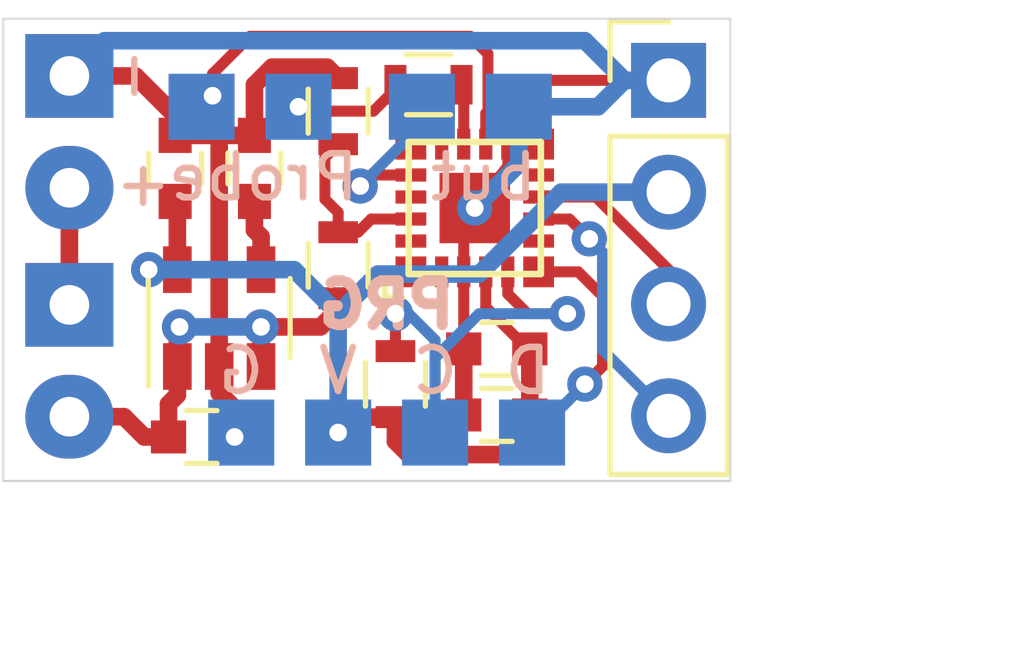
<source format=kicad_pcb>
(kicad_pcb (version 20171130) (host pcbnew "(5.1.9)-1")

  (general
    (thickness 1.6)
    (drawings 12)
    (tracks 135)
    (zones 0)
    (modules 18)
    (nets 23)
  )

  (page A4)
  (layers
    (0 F.Cu signal)
    (31 B.Cu signal)
    (32 B.Adhes user)
    (33 F.Adhes user)
    (34 B.Paste user)
    (35 F.Paste user)
    (36 B.SilkS user)
    (37 F.SilkS user)
    (38 B.Mask user)
    (39 F.Mask user)
    (40 Dwgs.User user)
    (41 Cmts.User user)
    (42 Eco1.User user)
    (43 Eco2.User user)
    (44 Edge.Cuts user)
    (45 Margin user)
    (46 B.CrtYd user)
    (47 F.CrtYd user)
    (48 B.Fab user)
    (49 F.Fab user)
  )

  (setup
    (last_trace_width 0.4)
    (user_trace_width 0.4)
    (trace_clearance 0.2)
    (zone_clearance 0.508)
    (zone_45_only no)
    (trace_min 0.2)
    (via_size 0.8)
    (via_drill 0.4)
    (via_min_size 0.4)
    (via_min_drill 0.3)
    (uvia_size 0.3)
    (uvia_drill 0.1)
    (uvias_allowed no)
    (uvia_min_size 0.2)
    (uvia_min_drill 0.1)
    (edge_width 0.05)
    (segment_width 0.2)
    (pcb_text_width 0.3)
    (pcb_text_size 1.5 1.5)
    (mod_edge_width 0.12)
    (mod_text_size 1 1)
    (mod_text_width 0.15)
    (pad_size 1.524 1.524)
    (pad_drill 0.762)
    (pad_to_mask_clearance 0)
    (aux_axis_origin 0 0)
    (visible_elements FFFFFF7F)
    (pcbplotparams
      (layerselection 0x010fc_ffffffff)
      (usegerberextensions false)
      (usegerberattributes true)
      (usegerberadvancedattributes true)
      (creategerberjobfile true)
      (excludeedgelayer true)
      (linewidth 0.100000)
      (plotframeref false)
      (viasonmask false)
      (mode 1)
      (useauxorigin false)
      (hpglpennumber 1)
      (hpglpenspeed 20)
      (hpglpendiameter 15.000000)
      (psnegative false)
      (psa4output false)
      (plotreference true)
      (plotvalue true)
      (plotinvisibletext false)
      (padsonsilk false)
      (subtractmaskfromsilk false)
      (outputformat 1)
      (mirror false)
      (drillshape 1)
      (scaleselection 1)
      (outputdirectory ""))
  )

  (net 0 "")
  (net 1 /VIN)
  (net 2 GND)
  (net 3 "Net-(C2-Pad1)")
  (net 4 +2V8)
  (net 5 +BATT)
  (net 6 /C2D)
  (net 7 /C2C)
  (net 8 /SDA)
  (net 9 /SCL)
  (net 10 /P-)
  (net 11 /ANA)
  (net 12 "Net-(R1-Pad2)")
  (net 13 "Net-(R4-Pad2)")
  (net 14 /BUT)
  (net 15 "Net-(U2-Pad1)")
  (net 16 "Net-(U2-Pad16)")
  (net 17 "Net-(U2-Pad20)")
  (net 18 "Net-(U2-Pad18)")
  (net 19 "Net-(U2-Pad11)")
  (net 20 "Net-(U2-Pad10)")
  (net 21 "Net-(U2-Pad7)")
  (net 22 "Net-(U2-Pad2)")

  (net_class Default "This is the default net class."
    (clearance 0.2)
    (trace_width 0.25)
    (via_dia 0.8)
    (via_drill 0.4)
    (uvia_dia 0.3)
    (uvia_drill 0.1)
    (add_net +2V8)
    (add_net +BATT)
    (add_net /ANA)
    (add_net /BUT)
    (add_net /C2C)
    (add_net /C2D)
    (add_net /P-)
    (add_net /SCL)
    (add_net /SDA)
    (add_net /VIN)
    (add_net GND)
    (add_net "Net-(C2-Pad1)")
    (add_net "Net-(R1-Pad2)")
    (add_net "Net-(R4-Pad2)")
    (add_net "Net-(U2-Pad1)")
    (add_net "Net-(U2-Pad10)")
    (add_net "Net-(U2-Pad11)")
    (add_net "Net-(U2-Pad16)")
    (add_net "Net-(U2-Pad18)")
    (add_net "Net-(U2-Pad2)")
    (add_net "Net-(U2-Pad20)")
    (add_net "Net-(U2-Pad7)")
  )

  (module KiCadCustomLibs:POWER2PIN_2 (layer B.Cu) (tedit 5B3A64DE) (tstamp 60BE6C3F)
    (at 131.6 93.5)
    (path /60BF1EA1)
    (fp_text reference J4 (at 0.1 -1.8) (layer B.SilkS) hide
      (effects (font (size 1 1) (thickness 0.15)) (justify mirror))
    )
    (fp_text value Probe (at 0.3 1.6) (layer B.SilkS)
      (effects (font (size 1 1) (thickness 0.15)) (justify mirror))
    )
    (pad 1 smd rect (at -1.1 0) (size 1.5 1.5) (layers B.Cu B.Paste B.Mask)
      (net 10 /P-))
    (pad 2 smd rect (at 1.1 0) (size 1.5 1.5) (layers B.Cu B.Paste B.Mask)
      (net 11 /ANA))
  )

  (module KiCadCustomLibs:POWER2PIN_2 (layer B.Cu) (tedit 5B3A64DE) (tstamp 60BE78A8)
    (at 132.5 100.9)
    (path /60C3DAEB)
    (fp_text reference J5 (at 0.1 -1.8) (layer B.SilkS) hide
      (effects (font (size 1 1) (thickness 0.15)) (justify mirror))
    )
    (fp_text value PRG_PWR (at 0.3 1.6) (layer B.Fab) hide
      (effects (font (size 1 1) (thickness 0.15)) (justify mirror))
    )
    (pad 2 smd rect (at 1.1 0) (size 1.5 1.5) (layers B.Cu B.Paste B.Mask)
      (net 4 +2V8))
    (pad 1 smd rect (at -1.1 0) (size 1.5 1.5) (layers B.Cu B.Paste B.Mask)
      (net 2 GND))
  )

  (module KiCadCustomLibs:POWER2PIN_2 (layer B.Cu) (tedit 5B3A64DE) (tstamp 60BE4FAD)
    (at 136.9 100.9 180)
    (path /60C104AE)
    (fp_text reference J2 (at 0.1 -1.8) (layer B.SilkS) hide
      (effects (font (size 1 1) (thickness 0.15)) (justify mirror))
    )
    (fp_text value PRG (at 2.2 2.9) (layer B.SilkS)
      (effects (font (size 1 1) (thickness 0.25)) (justify mirror))
    )
    (pad 2 smd rect (at 1.1 0 180) (size 1.5 1.5) (layers B.Cu B.Paste B.Mask)
      (net 7 /C2C))
    (pad 1 smd rect (at -1.1 0 180) (size 1.5 1.5) (layers B.Cu B.Paste B.Mask)
      (net 6 /C2D))
  )

  (module KiCadCustomLibs:POWER2PIN_2 (layer B.Cu) (tedit 5B3A64DE) (tstamp 60BE5381)
    (at 136.6 93.5)
    (path /60C076EA)
    (fp_text reference SW2 (at 0.1 -1.8) (layer B.SilkS) hide
      (effects (font (size 1 1) (thickness 0.15)) (justify mirror))
    )
    (fp_text value but (at 0.3 1.6) (layer B.SilkS)
      (effects (font (size 1 1) (thickness 0.15)) (justify mirror))
    )
    (pad 2 smd rect (at 1.1 0) (size 1.5 1.5) (layers B.Cu B.Paste B.Mask)
      (net 2 GND))
    (pad 1 smd rect (at -1.1 0) (size 1.5 1.5) (layers B.Cu B.Paste B.Mask)
      (net 14 /BUT))
  )

  (module KiCadCustomLibs:Conn_1x02_2.54_0.9mm (layer F.Cu) (tedit 5DF7DF5B) (tstamp 60BE6A8A)
    (at 127.5 98)
    (descr "Through hole straight pin header, 1x02, 2.54mm pitch, single row")
    (tags "Through hole pin header THT 1x02 2.54mm single row")
    (path /60C33253)
    (fp_text reference SW1 (at 0 -2.33) (layer F.SilkS) hide
      (effects (font (size 1 1) (thickness 0.15)))
    )
    (fp_text value ON/OFF (at 0 4.87) (layer F.Fab) hide
      (effects (font (size 1 1) (thickness 0.15)))
    )
    (fp_line (start -0.635 -1.27) (end 1.27 -1.27) (layer F.Fab) (width 0.1))
    (fp_line (start 1.27 -1.27) (end 1.27 3.81) (layer F.Fab) (width 0.1))
    (fp_line (start 1.27 3.81) (end -1.27 3.81) (layer F.Fab) (width 0.1))
    (fp_line (start -1.27 3.81) (end -1.27 -0.635) (layer F.Fab) (width 0.1))
    (fp_line (start -1.27 -0.635) (end -0.635 -1.27) (layer F.Fab) (width 0.1))
    (pad 2 thru_hole oval (at 0 2.54) (size 2 1.9) (drill 0.9) (layers *.Cu *.Mask)
      (net 1 /VIN))
    (pad 1 thru_hole rect (at 0 0) (size 2 1.9) (drill 0.9) (layers *.Cu *.Mask)
      (net 5 +BATT))
  )

  (module Capacitors_SMD:C_0603 (layer F.Cu) (tedit 59958EE7) (tstamp 60BE4F58)
    (at 130.5 101)
    (descr "Capacitor SMD 0603, reflow soldering, AVX (see smccp.pdf)")
    (tags "capacitor 0603")
    (path /60BE9EED)
    (attr smd)
    (fp_text reference C1 (at 0 -1.5) (layer F.SilkS) hide
      (effects (font (size 1 1) (thickness 0.15)))
    )
    (fp_text value 1uf (at 0 1.5) (layer F.Fab) hide
      (effects (font (size 1 1) (thickness 0.15)))
    )
    (fp_text user %R (at 0 0) (layer F.Fab)
      (effects (font (size 0.3 0.3) (thickness 0.075)))
    )
    (fp_line (start 1.4 0.65) (end -1.4 0.65) (layer F.CrtYd) (width 0.05))
    (fp_line (start 1.4 0.65) (end 1.4 -0.65) (layer F.CrtYd) (width 0.05))
    (fp_line (start -1.4 -0.65) (end -1.4 0.65) (layer F.CrtYd) (width 0.05))
    (fp_line (start -1.4 -0.65) (end 1.4 -0.65) (layer F.CrtYd) (width 0.05))
    (fp_line (start 0.35 0.6) (end -0.35 0.6) (layer F.SilkS) (width 0.12))
    (fp_line (start -0.35 -0.6) (end 0.35 -0.6) (layer F.SilkS) (width 0.12))
    (fp_line (start -0.8 -0.4) (end 0.8 -0.4) (layer F.Fab) (width 0.1))
    (fp_line (start 0.8 -0.4) (end 0.8 0.4) (layer F.Fab) (width 0.1))
    (fp_line (start 0.8 0.4) (end -0.8 0.4) (layer F.Fab) (width 0.1))
    (fp_line (start -0.8 0.4) (end -0.8 -0.4) (layer F.Fab) (width 0.1))
    (pad 1 smd rect (at -0.75 0) (size 0.8 0.75) (layers F.Cu F.Paste F.Mask)
      (net 1 /VIN))
    (pad 2 smd rect (at 0.75 0) (size 0.8 0.75) (layers F.Cu F.Paste F.Mask)
      (net 2 GND))
    (model Capacitors_SMD.3dshapes/C_0603.wrl
      (at (xyz 0 0 0))
      (scale (xyz 1 1 1))
      (rotate (xyz 0 0 0))
    )
  )

  (module Capacitors_SMD:C_0603 (layer F.Cu) (tedit 59958EE7) (tstamp 60BE6B66)
    (at 131.7 94.9 90)
    (descr "Capacitor SMD 0603, reflow soldering, AVX (see smccp.pdf)")
    (tags "capacitor 0603")
    (path /60BE87B2)
    (attr smd)
    (fp_text reference C2 (at 0 -1.5 90) (layer F.SilkS) hide
      (effects (font (size 1 1) (thickness 0.15)))
    )
    (fp_text value 470p (at 0 1.5 90) (layer F.Fab) hide
      (effects (font (size 1 1) (thickness 0.15)))
    )
    (fp_text user %R (at 0 0 90) (layer F.Fab)
      (effects (font (size 0.3 0.3) (thickness 0.075)))
    )
    (fp_line (start 1.4 0.65) (end -1.4 0.65) (layer F.CrtYd) (width 0.05))
    (fp_line (start 1.4 0.65) (end 1.4 -0.65) (layer F.CrtYd) (width 0.05))
    (fp_line (start -1.4 -0.65) (end -1.4 0.65) (layer F.CrtYd) (width 0.05))
    (fp_line (start -1.4 -0.65) (end 1.4 -0.65) (layer F.CrtYd) (width 0.05))
    (fp_line (start 0.35 0.6) (end -0.35 0.6) (layer F.SilkS) (width 0.12))
    (fp_line (start -0.35 -0.6) (end 0.35 -0.6) (layer F.SilkS) (width 0.12))
    (fp_line (start -0.8 -0.4) (end 0.8 -0.4) (layer F.Fab) (width 0.1))
    (fp_line (start 0.8 -0.4) (end 0.8 0.4) (layer F.Fab) (width 0.1))
    (fp_line (start 0.8 0.4) (end -0.8 0.4) (layer F.Fab) (width 0.1))
    (fp_line (start -0.8 0.4) (end -0.8 -0.4) (layer F.Fab) (width 0.1))
    (pad 1 smd rect (at -0.75 0 90) (size 0.8 0.75) (layers F.Cu F.Paste F.Mask)
      (net 3 "Net-(C2-Pad1)"))
    (pad 2 smd rect (at 0.75 0 90) (size 0.8 0.75) (layers F.Cu F.Paste F.Mask)
      (net 2 GND))
    (model Capacitors_SMD.3dshapes/C_0603.wrl
      (at (xyz 0 0 0))
      (scale (xyz 1 1 1))
      (rotate (xyz 0 0 0))
    )
  )

  (module Capacitors_SMD:C_0603 (layer F.Cu) (tedit 59958EE7) (tstamp 60BE4F7A)
    (at 129.9 94.9 90)
    (descr "Capacitor SMD 0603, reflow soldering, AVX (see smccp.pdf)")
    (tags "capacitor 0603")
    (path /60BE90D4)
    (attr smd)
    (fp_text reference C3 (at 0 -1.5 90) (layer F.SilkS) hide
      (effects (font (size 1 1) (thickness 0.15)))
    )
    (fp_text value 2uf (at 0 1.5 90) (layer F.Fab) hide
      (effects (font (size 1 1) (thickness 0.15)))
    )
    (fp_line (start -0.8 0.4) (end -0.8 -0.4) (layer F.Fab) (width 0.1))
    (fp_line (start 0.8 0.4) (end -0.8 0.4) (layer F.Fab) (width 0.1))
    (fp_line (start 0.8 -0.4) (end 0.8 0.4) (layer F.Fab) (width 0.1))
    (fp_line (start -0.8 -0.4) (end 0.8 -0.4) (layer F.Fab) (width 0.1))
    (fp_line (start -0.35 -0.6) (end 0.35 -0.6) (layer F.SilkS) (width 0.12))
    (fp_line (start 0.35 0.6) (end -0.35 0.6) (layer F.SilkS) (width 0.12))
    (fp_line (start -1.4 -0.65) (end 1.4 -0.65) (layer F.CrtYd) (width 0.05))
    (fp_line (start -1.4 -0.65) (end -1.4 0.65) (layer F.CrtYd) (width 0.05))
    (fp_line (start 1.4 0.65) (end 1.4 -0.65) (layer F.CrtYd) (width 0.05))
    (fp_line (start 1.4 0.65) (end -1.4 0.65) (layer F.CrtYd) (width 0.05))
    (fp_text user %R (at 0 0 90) (layer F.Fab)
      (effects (font (size 0.3 0.3) (thickness 0.075)))
    )
    (pad 2 smd rect (at 0.75 0 90) (size 0.8 0.75) (layers F.Cu F.Paste F.Mask)
      (net 2 GND))
    (pad 1 smd rect (at -0.75 0 90) (size 0.8 0.75) (layers F.Cu F.Paste F.Mask)
      (net 4 +2V8))
    (model Capacitors_SMD.3dshapes/C_0603.wrl
      (at (xyz 0 0 0))
      (scale (xyz 1 1 1))
      (rotate (xyz 0 0 0))
    )
  )

  (module Capacitors_SMD:C_0603 (layer F.Cu) (tedit 59958EE7) (tstamp 60BE4F8B)
    (at 137.2 99 180)
    (descr "Capacitor SMD 0603, reflow soldering, AVX (see smccp.pdf)")
    (tags "capacitor 0603")
    (path /60BEE233)
    (attr smd)
    (fp_text reference C4 (at 0 -1.5) (layer F.SilkS) hide
      (effects (font (size 1 1) (thickness 0.15)))
    )
    (fp_text value 100n (at 0 1.5) (layer F.Fab) hide
      (effects (font (size 1 1) (thickness 0.15)))
    )
    (fp_text user %R (at 0 0) (layer F.Fab)
      (effects (font (size 0.3 0.3) (thickness 0.075)))
    )
    (fp_line (start 1.4 0.65) (end -1.4 0.65) (layer F.CrtYd) (width 0.05))
    (fp_line (start 1.4 0.65) (end 1.4 -0.65) (layer F.CrtYd) (width 0.05))
    (fp_line (start -1.4 -0.65) (end -1.4 0.65) (layer F.CrtYd) (width 0.05))
    (fp_line (start -1.4 -0.65) (end 1.4 -0.65) (layer F.CrtYd) (width 0.05))
    (fp_line (start 0.35 0.6) (end -0.35 0.6) (layer F.SilkS) (width 0.12))
    (fp_line (start -0.35 -0.6) (end 0.35 -0.6) (layer F.SilkS) (width 0.12))
    (fp_line (start -0.8 -0.4) (end 0.8 -0.4) (layer F.Fab) (width 0.1))
    (fp_line (start 0.8 -0.4) (end 0.8 0.4) (layer F.Fab) (width 0.1))
    (fp_line (start 0.8 0.4) (end -0.8 0.4) (layer F.Fab) (width 0.1))
    (fp_line (start -0.8 0.4) (end -0.8 -0.4) (layer F.Fab) (width 0.1))
    (pad 1 smd rect (at -0.75 0 180) (size 0.8 0.75) (layers F.Cu F.Paste F.Mask)
      (net 4 +2V8))
    (pad 2 smd rect (at 0.75 0 180) (size 0.8 0.75) (layers F.Cu F.Paste F.Mask)
      (net 2 GND))
    (model Capacitors_SMD.3dshapes/C_0603.wrl
      (at (xyz 0 0 0))
      (scale (xyz 1 1 1))
      (rotate (xyz 0 0 0))
    )
  )

  (module Capacitors_SMD:C_0603 (layer F.Cu) (tedit 59958EE7) (tstamp 60BE5C76)
    (at 137.2 100.5 180)
    (descr "Capacitor SMD 0603, reflow soldering, AVX (see smccp.pdf)")
    (tags "capacitor 0603")
    (path /60BEDC5B)
    (attr smd)
    (fp_text reference C5 (at 0 -1.5) (layer F.SilkS) hide
      (effects (font (size 1 1) (thickness 0.15)))
    )
    (fp_text value 2uf (at 0 1.5) (layer F.Fab) hide
      (effects (font (size 1 1) (thickness 0.15)))
    )
    (fp_line (start -0.8 0.4) (end -0.8 -0.4) (layer F.Fab) (width 0.1))
    (fp_line (start 0.8 0.4) (end -0.8 0.4) (layer F.Fab) (width 0.1))
    (fp_line (start 0.8 -0.4) (end 0.8 0.4) (layer F.Fab) (width 0.1))
    (fp_line (start -0.8 -0.4) (end 0.8 -0.4) (layer F.Fab) (width 0.1))
    (fp_line (start -0.35 -0.6) (end 0.35 -0.6) (layer F.SilkS) (width 0.12))
    (fp_line (start 0.35 0.6) (end -0.35 0.6) (layer F.SilkS) (width 0.12))
    (fp_line (start -1.4 -0.65) (end 1.4 -0.65) (layer F.CrtYd) (width 0.05))
    (fp_line (start -1.4 -0.65) (end -1.4 0.65) (layer F.CrtYd) (width 0.05))
    (fp_line (start 1.4 0.65) (end 1.4 -0.65) (layer F.CrtYd) (width 0.05))
    (fp_line (start 1.4 0.65) (end -1.4 0.65) (layer F.CrtYd) (width 0.05))
    (fp_text user %R (at 0 0) (layer F.Fab)
      (effects (font (size 0.3 0.3) (thickness 0.075)))
    )
    (pad 2 smd rect (at 0.75 0 180) (size 0.8 0.75) (layers F.Cu F.Paste F.Mask)
      (net 2 GND))
    (pad 1 smd rect (at -0.75 0 180) (size 0.8 0.75) (layers F.Cu F.Paste F.Mask)
      (net 4 +2V8))
    (model Capacitors_SMD.3dshapes/C_0603.wrl
      (at (xyz 0 0 0))
      (scale (xyz 1 1 1))
      (rotate (xyz 0 0 0))
    )
  )

  (module KiCadCustomLibs:Conn_1x02_2.54_0.9mm (layer F.Cu) (tedit 5DF7DF5B) (tstamp 60BE6ABF)
    (at 127.5 92.8)
    (descr "Through hole straight pin header, 1x02, 2.54mm pitch, single row")
    (tags "Through hole pin header THT 1x02 2.54mm single row")
    (path /60C0B2A8)
    (fp_text reference J1 (at 0 -2.33) (layer F.SilkS) hide
      (effects (font (size 1 1) (thickness 0.15)))
    )
    (fp_text value BAT (at 0 4.87) (layer F.Fab) hide
      (effects (font (size 1 1) (thickness 0.15)))
    )
    (fp_line (start -1.27 -0.635) (end -0.635 -1.27) (layer F.Fab) (width 0.1))
    (fp_line (start -1.27 3.81) (end -1.27 -0.635) (layer F.Fab) (width 0.1))
    (fp_line (start 1.27 3.81) (end -1.27 3.81) (layer F.Fab) (width 0.1))
    (fp_line (start 1.27 -1.27) (end 1.27 3.81) (layer F.Fab) (width 0.1))
    (fp_line (start -0.635 -1.27) (end 1.27 -1.27) (layer F.Fab) (width 0.1))
    (pad 1 thru_hole rect (at 0 0) (size 2 1.9) (drill 0.9) (layers *.Cu *.Mask)
      (net 2 GND))
    (pad 2 thru_hole oval (at 0 2.54) (size 2 1.9) (drill 0.9) (layers *.Cu *.Mask)
      (net 5 +BATT))
  )

  (module Pin_Headers:Pin_Header_Straight_1x04_Pitch2.54mm (layer F.Cu) (tedit 59650532) (tstamp 60BE52D5)
    (at 141.1 92.9)
    (descr "Through hole straight pin header, 1x04, 2.54mm pitch, single row")
    (tags "Through hole pin header THT 1x04 2.54mm single row")
    (path /60BF9164)
    (fp_text reference J3 (at 0 -2.33) (layer F.SilkS) hide
      (effects (font (size 1 1) (thickness 0.15)))
    )
    (fp_text value OLED (at 0 9.95) (layer F.Fab) hide
      (effects (font (size 1 1) (thickness 0.15)))
    )
    (fp_text user %R (at 0 3.81 90) (layer F.Fab)
      (effects (font (size 1 1) (thickness 0.15)))
    )
    (fp_line (start -0.635 -1.27) (end 1.27 -1.27) (layer F.Fab) (width 0.1))
    (fp_line (start 1.27 -1.27) (end 1.27 8.89) (layer F.Fab) (width 0.1))
    (fp_line (start 1.27 8.89) (end -1.27 8.89) (layer F.Fab) (width 0.1))
    (fp_line (start -1.27 8.89) (end -1.27 -0.635) (layer F.Fab) (width 0.1))
    (fp_line (start -1.27 -0.635) (end -0.635 -1.27) (layer F.Fab) (width 0.1))
    (fp_line (start -1.33 8.95) (end 1.33 8.95) (layer F.SilkS) (width 0.12))
    (fp_line (start -1.33 1.27) (end -1.33 8.95) (layer F.SilkS) (width 0.12))
    (fp_line (start 1.33 1.27) (end 1.33 8.95) (layer F.SilkS) (width 0.12))
    (fp_line (start -1.33 1.27) (end 1.33 1.27) (layer F.SilkS) (width 0.12))
    (fp_line (start -1.33 0) (end -1.33 -1.33) (layer F.SilkS) (width 0.12))
    (fp_line (start -1.33 -1.33) (end 0 -1.33) (layer F.SilkS) (width 0.12))
    (fp_line (start -1.8 -1.8) (end -1.8 9.4) (layer F.CrtYd) (width 0.05))
    (fp_line (start -1.8 9.4) (end 1.8 9.4) (layer F.CrtYd) (width 0.05))
    (fp_line (start 1.8 9.4) (end 1.8 -1.8) (layer F.CrtYd) (width 0.05))
    (fp_line (start 1.8 -1.8) (end -1.8 -1.8) (layer F.CrtYd) (width 0.05))
    (pad 4 thru_hole oval (at 0 7.62) (size 1.7 1.7) (drill 1) (layers *.Cu *.Mask)
      (net 8 /SDA))
    (pad 3 thru_hole oval (at 0 5.08) (size 1.7 1.7) (drill 1) (layers *.Cu *.Mask)
      (net 9 /SCL))
    (pad 2 thru_hole oval (at 0 2.54) (size 1.7 1.7) (drill 1) (layers *.Cu *.Mask)
      (net 4 +2V8))
    (pad 1 thru_hole rect (at 0 0) (size 1.7 1.7) (drill 1) (layers *.Cu *.Mask)
      (net 2 GND))
    (model ${KISYS3DMOD}/Pin_Headers.3dshapes/Pin_Header_Straight_1x04_Pitch2.54mm.wrl
      (at (xyz 0 0 0))
      (scale (xyz 1 1 1))
      (rotate (xyz 0 0 0))
    )
  )

  (module Resistors_SMD:R_0603 (layer F.Cu) (tedit 58E0A804) (tstamp 60BE4FDC)
    (at 133.6 97.1 90)
    (descr "Resistor SMD 0603, reflow soldering, Vishay (see dcrcw.pdf)")
    (tags "resistor 0603")
    (path /60BFE524)
    (attr smd)
    (fp_text reference R1 (at 0 -1.45 90) (layer F.SilkS) hide
      (effects (font (size 1 1) (thickness 0.15)))
    )
    (fp_text value 5.1K (at 0 1.5 90) (layer F.Fab) hide
      (effects (font (size 1 1) (thickness 0.15)))
    )
    (fp_line (start 1.25 0.7) (end -1.25 0.7) (layer F.CrtYd) (width 0.05))
    (fp_line (start 1.25 0.7) (end 1.25 -0.7) (layer F.CrtYd) (width 0.05))
    (fp_line (start -1.25 -0.7) (end -1.25 0.7) (layer F.CrtYd) (width 0.05))
    (fp_line (start -1.25 -0.7) (end 1.25 -0.7) (layer F.CrtYd) (width 0.05))
    (fp_line (start -0.5 -0.68) (end 0.5 -0.68) (layer F.SilkS) (width 0.12))
    (fp_line (start 0.5 0.68) (end -0.5 0.68) (layer F.SilkS) (width 0.12))
    (fp_line (start -0.8 -0.4) (end 0.8 -0.4) (layer F.Fab) (width 0.1))
    (fp_line (start 0.8 -0.4) (end 0.8 0.4) (layer F.Fab) (width 0.1))
    (fp_line (start 0.8 0.4) (end -0.8 0.4) (layer F.Fab) (width 0.1))
    (fp_line (start -0.8 0.4) (end -0.8 -0.4) (layer F.Fab) (width 0.1))
    (fp_text user %R (at 0 0 90) (layer F.Fab)
      (effects (font (size 0.4 0.4) (thickness 0.075)))
    )
    (pad 1 smd rect (at -0.75 0 90) (size 0.5 0.9) (layers F.Cu F.Paste F.Mask)
      (net 1 /VIN))
    (pad 2 smd rect (at 0.75 0 90) (size 0.5 0.9) (layers F.Cu F.Paste F.Mask)
      (net 12 "Net-(R1-Pad2)"))
    (model ${KISYS3DMOD}/Resistors_SMD.3dshapes/R_0603.wrl
      (at (xyz 0 0 0))
      (scale (xyz 1 1 1))
      (rotate (xyz 0 0 0))
    )
  )

  (module Resistors_SMD:R_0603 (layer F.Cu) (tedit 58E0A804) (tstamp 60BE4FED)
    (at 133.6 93.6 90)
    (descr "Resistor SMD 0603, reflow soldering, Vishay (see dcrcw.pdf)")
    (tags "resistor 0603")
    (path /60BFEA39)
    (attr smd)
    (fp_text reference R2 (at 0 -1.45 90) (layer F.SilkS) hide
      (effects (font (size 1 1) (thickness 0.15)))
    )
    (fp_text value 10K (at 0 1.5 90) (layer F.Fab) hide
      (effects (font (size 1 1) (thickness 0.15)))
    )
    (fp_text user %R (at 0 0 90) (layer F.Fab)
      (effects (font (size 0.4 0.4) (thickness 0.075)))
    )
    (fp_line (start -0.8 0.4) (end -0.8 -0.4) (layer F.Fab) (width 0.1))
    (fp_line (start 0.8 0.4) (end -0.8 0.4) (layer F.Fab) (width 0.1))
    (fp_line (start 0.8 -0.4) (end 0.8 0.4) (layer F.Fab) (width 0.1))
    (fp_line (start -0.8 -0.4) (end 0.8 -0.4) (layer F.Fab) (width 0.1))
    (fp_line (start 0.5 0.68) (end -0.5 0.68) (layer F.SilkS) (width 0.12))
    (fp_line (start -0.5 -0.68) (end 0.5 -0.68) (layer F.SilkS) (width 0.12))
    (fp_line (start -1.25 -0.7) (end 1.25 -0.7) (layer F.CrtYd) (width 0.05))
    (fp_line (start -1.25 -0.7) (end -1.25 0.7) (layer F.CrtYd) (width 0.05))
    (fp_line (start 1.25 0.7) (end 1.25 -0.7) (layer F.CrtYd) (width 0.05))
    (fp_line (start 1.25 0.7) (end -1.25 0.7) (layer F.CrtYd) (width 0.05))
    (pad 2 smd rect (at 0.75 0 90) (size 0.5 0.9) (layers F.Cu F.Paste F.Mask)
      (net 2 GND))
    (pad 1 smd rect (at -0.75 0 90) (size 0.5 0.9) (layers F.Cu F.Paste F.Mask)
      (net 12 "Net-(R1-Pad2)"))
    (model ${KISYS3DMOD}/Resistors_SMD.3dshapes/R_0603.wrl
      (at (xyz 0 0 0))
      (scale (xyz 1 1 1))
      (rotate (xyz 0 0 0))
    )
  )

  (module Resistors_SMD:R_0603 (layer F.Cu) (tedit 58E0A804) (tstamp 60BE6177)
    (at 134.9 99.8 90)
    (descr "Resistor SMD 0603, reflow soldering, Vishay (see dcrcw.pdf)")
    (tags "resistor 0603")
    (path /60BF3012)
    (attr smd)
    (fp_text reference R3 (at 0 -1.45 90) (layer F.SilkS) hide
      (effects (font (size 1 1) (thickness 0.15)))
    )
    (fp_text value 10K (at 0 1.5 90) (layer F.Fab) hide
      (effects (font (size 1 1) (thickness 0.15)))
    )
    (fp_line (start 1.25 0.7) (end -1.25 0.7) (layer F.CrtYd) (width 0.05))
    (fp_line (start 1.25 0.7) (end 1.25 -0.7) (layer F.CrtYd) (width 0.05))
    (fp_line (start -1.25 -0.7) (end -1.25 0.7) (layer F.CrtYd) (width 0.05))
    (fp_line (start -1.25 -0.7) (end 1.25 -0.7) (layer F.CrtYd) (width 0.05))
    (fp_line (start -0.5 -0.68) (end 0.5 -0.68) (layer F.SilkS) (width 0.12))
    (fp_line (start 0.5 0.68) (end -0.5 0.68) (layer F.SilkS) (width 0.12))
    (fp_line (start -0.8 -0.4) (end 0.8 -0.4) (layer F.Fab) (width 0.1))
    (fp_line (start 0.8 -0.4) (end 0.8 0.4) (layer F.Fab) (width 0.1))
    (fp_line (start 0.8 0.4) (end -0.8 0.4) (layer F.Fab) (width 0.1))
    (fp_line (start -0.8 0.4) (end -0.8 -0.4) (layer F.Fab) (width 0.1))
    (fp_text user %R (at 0 0 90) (layer F.Fab)
      (effects (font (size 0.4 0.4) (thickness 0.075)))
    )
    (pad 1 smd rect (at -0.75 0 90) (size 0.5 0.9) (layers F.Cu F.Paste F.Mask)
      (net 4 +2V8))
    (pad 2 smd rect (at 0.75 0 90) (size 0.5 0.9) (layers F.Cu F.Paste F.Mask)
      (net 7 /C2C))
    (model ${KISYS3DMOD}/Resistors_SMD.3dshapes/R_0603.wrl
      (at (xyz 0 0 0))
      (scale (xyz 1 1 1))
      (rotate (xyz 0 0 0))
    )
  )

  (module Resistors_SMD:R_0603 (layer F.Cu) (tedit 58E0A804) (tstamp 60BE8507)
    (at 135.65 93)
    (descr "Resistor SMD 0603, reflow soldering, Vishay (see dcrcw.pdf)")
    (tags "resistor 0603")
    (path /60BF4C81)
    (attr smd)
    (fp_text reference R4 (at 0 -1.45) (layer F.SilkS) hide
      (effects (font (size 1 1) (thickness 0.15)))
    )
    (fp_text value 1K (at 0 1.5) (layer F.Fab) hide
      (effects (font (size 1 1) (thickness 0.15)))
    )
    (fp_text user %R (at 0 0) (layer F.Fab)
      (effects (font (size 0.4 0.4) (thickness 0.075)))
    )
    (fp_line (start -0.8 0.4) (end -0.8 -0.4) (layer F.Fab) (width 0.1))
    (fp_line (start 0.8 0.4) (end -0.8 0.4) (layer F.Fab) (width 0.1))
    (fp_line (start 0.8 -0.4) (end 0.8 0.4) (layer F.Fab) (width 0.1))
    (fp_line (start -0.8 -0.4) (end 0.8 -0.4) (layer F.Fab) (width 0.1))
    (fp_line (start 0.5 0.68) (end -0.5 0.68) (layer F.SilkS) (width 0.12))
    (fp_line (start -0.5 -0.68) (end 0.5 -0.68) (layer F.SilkS) (width 0.12))
    (fp_line (start -1.25 -0.7) (end 1.25 -0.7) (layer F.CrtYd) (width 0.05))
    (fp_line (start -1.25 -0.7) (end -1.25 0.7) (layer F.CrtYd) (width 0.05))
    (fp_line (start 1.25 0.7) (end 1.25 -0.7) (layer F.CrtYd) (width 0.05))
    (fp_line (start 1.25 0.7) (end -1.25 0.7) (layer F.CrtYd) (width 0.05))
    (pad 2 smd rect (at 0.75 0) (size 0.5 0.9) (layers F.Cu F.Paste F.Mask)
      (net 13 "Net-(R4-Pad2)"))
    (pad 1 smd rect (at -0.75 0) (size 0.5 0.9) (layers F.Cu F.Paste F.Mask)
      (net 11 /ANA))
    (model ${KISYS3DMOD}/Resistors_SMD.3dshapes/R_0603.wrl
      (at (xyz 0 0 0))
      (scale (xyz 1 1 1))
      (rotate (xyz 0 0 0))
    )
  )

  (module TO_SOT_Packages_SMD:SOT-23-5 (layer F.Cu) (tedit 58CE4E7E) (tstamp 60BE709D)
    (at 130.9 98.3 90)
    (descr "5-pin SOT23 package")
    (tags SOT-23-5)
    (path /60BE5ED3)
    (attr smd)
    (fp_text reference U1 (at 0 -2.9 90) (layer F.SilkS) hide
      (effects (font (size 1 1) (thickness 0.15)))
    )
    (fp_text value MIC5219-2.8 (at 0 2.9 90) (layer F.Fab) hide
      (effects (font (size 1 1) (thickness 0.15)))
    )
    (fp_text user %R (at -1.1 0.5 90) (layer F.Fab)
      (effects (font (size 0.5 0.5) (thickness 0.075)))
    )
    (fp_line (start -0.9 1.61) (end 0.9 1.61) (layer F.SilkS) (width 0.12))
    (fp_line (start 0.9 -1.61) (end -1.55 -1.61) (layer F.SilkS) (width 0.12))
    (fp_line (start -1.9 -1.8) (end 1.9 -1.8) (layer F.CrtYd) (width 0.05))
    (fp_line (start 1.9 -1.8) (end 1.9 1.8) (layer F.CrtYd) (width 0.05))
    (fp_line (start 1.9 1.8) (end -1.9 1.8) (layer F.CrtYd) (width 0.05))
    (fp_line (start -1.9 1.8) (end -1.9 -1.8) (layer F.CrtYd) (width 0.05))
    (fp_line (start -0.9 -0.9) (end -0.25 -1.55) (layer F.Fab) (width 0.1))
    (fp_line (start 0.9 -1.55) (end -0.25 -1.55) (layer F.Fab) (width 0.1))
    (fp_line (start -0.9 -0.9) (end -0.9 1.55) (layer F.Fab) (width 0.1))
    (fp_line (start 0.9 1.55) (end -0.9 1.55) (layer F.Fab) (width 0.1))
    (fp_line (start 0.9 -1.55) (end 0.9 1.55) (layer F.Fab) (width 0.1))
    (pad 5 smd rect (at 1.1 -0.95 90) (size 1.06 0.65) (layers F.Cu F.Paste F.Mask)
      (net 4 +2V8))
    (pad 4 smd rect (at 1.1 0.95 90) (size 1.06 0.65) (layers F.Cu F.Paste F.Mask)
      (net 3 "Net-(C2-Pad1)"))
    (pad 3 smd rect (at -1.1 0.95 90) (size 1.06 0.65) (layers F.Cu F.Paste F.Mask)
      (net 1 /VIN))
    (pad 2 smd rect (at -1.1 0 90) (size 1.06 0.65) (layers F.Cu F.Paste F.Mask)
      (net 2 GND))
    (pad 1 smd rect (at -1.1 -0.95 90) (size 1.06 0.65) (layers F.Cu F.Paste F.Mask)
      (net 1 /VIN))
    (model ${KISYS3DMOD}/TO_SOT_Packages_SMD.3dshapes/SOT-23-5.wrl
      (at (xyz 0 0 0))
      (scale (xyz 1 1 1))
      (rotate (xyz 0 0 0))
    )
  )

  (module KiCadCustomLibs:QFN20 (layer F.Cu) (tedit 5DF66FB1) (tstamp 60BE505B)
    (at 136.7 95.8)
    (path /60BE4213)
    (fp_text reference U2 (at -0.127 3.302) (layer F.SilkS) hide
      (effects (font (size 1 1) (thickness 0.15)))
    )
    (fp_text value EFM8BB1 (at 0.381 5.08) (layer F.SilkS) hide
      (effects (font (size 1 1) (thickness 0.15)))
    )
    (fp_line (start -1.5 1.5) (end 1.5 1.5) (layer F.SilkS) (width 0.15))
    (fp_line (start 1.5 1.5) (end 1.5 -1.5) (layer F.SilkS) (width 0.15))
    (fp_line (start 1.5 -1.5) (end -1.5 -1.5) (layer F.SilkS) (width 0.15))
    (fp_line (start -1.5 -1.5) (end -1.5 1.5) (layer F.SilkS) (width 0.15))
    (fp_line (start -2.032 2.032) (end -2.032 1.651) (layer F.SilkS) (width 0.15))
    (fp_line (start -1.651 2.032) (end -2.032 2.032) (layer F.SilkS) (width 0.15))
    (pad 1 smd rect (at -1.45 1.45) (size 0.7 0.7) (layers F.Cu F.Paste F.Mask)
      (net 15 "Net-(U2-Pad1)"))
    (pad 16 smd rect (at -1.45 -1.45) (size 0.7 0.7) (layers F.Cu F.Paste F.Mask)
      (net 16 "Net-(U2-Pad16)"))
    (pad 21 smd rect (at 0 0) (size 1.6 1.6) (layers F.Cu F.Paste F.Mask)
      (net 2 GND))
    (pad 20 smd rect (at -1.45 0.75 90) (size 0.3 0.7) (layers F.Cu F.Paste F.Mask)
      (net 17 "Net-(U2-Pad20)"))
    (pad 14 smd rect (at -0.25 -1.45) (size 0.3 0.7) (layers F.Cu F.Paste F.Mask)
      (net 13 "Net-(R4-Pad2)"))
    (pad 15 smd rect (at -0.75 -1.45) (size 0.3 0.7) (layers F.Cu F.Paste F.Mask)
      (net 11 /ANA))
    (pad 13 smd rect (at 0.25 -1.45) (size 0.3 0.7) (layers F.Cu F.Paste F.Mask)
      (net 10 /P-))
    (pad 19 smd rect (at -1.45 0.25 90) (size 0.3 0.7) (layers F.Cu F.Paste F.Mask)
      (net 12 "Net-(R1-Pad2)"))
    (pad 18 smd rect (at -1.45 -0.25 90) (size 0.3 0.7) (layers F.Cu F.Paste F.Mask)
      (net 18 "Net-(U2-Pad18)"))
    (pad 17 smd rect (at -1.45 -0.75 90) (size 0.3 0.7) (layers F.Cu F.Paste F.Mask)
      (net 14 /BUT))
    (pad 12 smd rect (at 0.75 -1.45) (size 0.3 0.7) (layers F.Cu F.Paste F.Mask)
      (net 2 GND))
    (pad 11 smd rect (at 1.45 -1.45) (size 0.7 0.7) (layers F.Cu F.Paste F.Mask)
      (net 19 "Net-(U2-Pad11)"))
    (pad 10 smd rect (at 1.45 -0.75 90) (size 0.3 0.7) (layers F.Cu F.Paste F.Mask)
      (net 20 "Net-(U2-Pad10)"))
    (pad 6 smd rect (at 1.45 1.45) (size 0.7 0.7) (layers F.Cu F.Paste F.Mask)
      (net 6 /C2D))
    (pad 7 smd rect (at 1.45 0.75 90) (size 0.3 0.7) (layers F.Cu F.Paste F.Mask)
      (net 21 "Net-(U2-Pad7)"))
    (pad 9 smd rect (at 1.45 -0.25 90) (size 0.3 0.7) (layers F.Cu F.Paste F.Mask)
      (net 9 /SCL))
    (pad 8 smd rect (at 1.45 0.25 90) (size 0.3 0.7) (layers F.Cu F.Paste F.Mask)
      (net 8 /SDA))
    (pad 5 smd rect (at 0.75 1.45) (size 0.3 0.7) (layers F.Cu F.Paste F.Mask)
      (net 7 /C2C))
    (pad 4 smd rect (at 0.25 1.45) (size 0.3 0.7) (layers F.Cu F.Paste F.Mask)
      (net 4 +2V8))
    (pad 3 smd rect (at -0.25 1.45) (size 0.3 0.7) (layers F.Cu F.Paste F.Mask)
      (net 2 GND))
    (pad 2 smd rect (at -0.75 1.45) (size 0.3 0.7) (layers F.Cu F.Paste F.Mask)
      (net 22 "Net-(U2-Pad2)"))
    (model Housings_DFN_QFN.3dshapes/QFN-16-1EP_3x3mm_Pitch0.5mm.wrl
      (at (xyz 0 0 0))
      (scale (xyz 1 1 1))
      (rotate (xyz 0 0 0))
    )
  )

  (gr_text + (at 129.1 95.3 90) (layer B.SilkS) (tstamp 60BE8F09)
    (effects (font (size 1 1) (thickness 0.15)) (justify mirror))
  )
  (gr_text - (at 128.9 92.8 90) (layer B.SilkS) (tstamp 60BE8F03)
    (effects (font (size 1 1) (thickness 0.15)) (justify mirror))
  )
  (gr_text G (at 131.4 99.5) (layer B.SilkS) (tstamp 60BE8EDB)
    (effects (font (size 1 1) (thickness 0.15)) (justify mirror))
  )
  (gr_text V (at 133.6 99.5) (layer B.SilkS) (tstamp 60BE8ED9)
    (effects (font (size 1 1) (thickness 0.15)) (justify mirror))
  )
  (gr_text C (at 135.8 99.5) (layer B.SilkS) (tstamp 60BE8ED7)
    (effects (font (size 1 1) (thickness 0.15)) (justify mirror))
  )
  (gr_text D (at 137.9 99.5) (layer B.SilkS)
    (effects (font (size 1 1) (thickness 0.15)) (justify mirror))
  )
  (dimension 10.47 (width 0.15) (layer Dwgs.User)
    (gr_text "10.470 mm" (at 147.805899 96.765 270) (layer Dwgs.User)
      (effects (font (size 1 1) (thickness 0.15)))
    )
    (feature1 (pts (xy 142.5 102) (xy 147.09232 102)))
    (feature2 (pts (xy 142.5 91.53) (xy 147.09232 91.53)))
    (crossbar (pts (xy 146.505899 91.53) (xy 146.505899 102)))
    (arrow1a (pts (xy 146.505899 102) (xy 145.919478 100.873496)))
    (arrow1b (pts (xy 146.505899 102) (xy 147.09232 100.873496)))
    (arrow2a (pts (xy 146.505899 91.53) (xy 145.919478 92.656504)))
    (arrow2b (pts (xy 146.505899 91.53) (xy 147.09232 92.656504)))
  )
  (dimension 16.5 (width 0.15) (layer Dwgs.User)
    (gr_text "16.500 mm" (at 134.25 106.799999) (layer Dwgs.User)
      (effects (font (size 1 1) (thickness 0.15)))
    )
    (feature1 (pts (xy 142.5 102) (xy 142.5 106.08642)))
    (feature2 (pts (xy 126 102) (xy 126 106.08642)))
    (crossbar (pts (xy 126 105.499999) (xy 142.5 105.499999)))
    (arrow1a (pts (xy 142.5 105.499999) (xy 141.373496 106.08642)))
    (arrow1b (pts (xy 142.5 105.499999) (xy 141.373496 104.913578)))
    (arrow2a (pts (xy 126 105.499999) (xy 127.126504 106.08642)))
    (arrow2b (pts (xy 126 105.499999) (xy 127.126504 104.913578)))
  )
  (gr_line (start 126 91.5) (end 142.5 91.5) (layer Edge.Cuts) (width 0.05) (tstamp 60BE6512))
  (gr_line (start 126 102) (end 126 91.5) (layer Edge.Cuts) (width 0.05))
  (gr_line (start 142.5 102) (end 126 102) (layer Edge.Cuts) (width 0.05))
  (gr_line (start 142.5 91.5) (end 142.5 102) (layer Edge.Cuts) (width 0.05))

  (via (at 130 98.5) (size 0.8) (drill 0.4) (layers F.Cu B.Cu) (net 1))
  (segment (start 129.95 98.55) (end 130 98.5) (width 0.4) (layer F.Cu) (net 1))
  (segment (start 129.95 99.4) (end 129.95 98.55) (width 0.4) (layer F.Cu) (net 1))
  (segment (start 129.95 99.4) (end 129.95 100.05) (width 0.4) (layer F.Cu) (net 1))
  (segment (start 129.75 100.25) (end 129.75 101) (width 0.4) (layer F.Cu) (net 1))
  (segment (start 129.95 100.05) (end 129.75 100.25) (width 0.4) (layer F.Cu) (net 1))
  (segment (start 129.75 101) (end 129.2 101) (width 0.4) (layer F.Cu) (net 1))
  (segment (start 128.74 100.54) (end 127.5 100.54) (width 0.4) (layer F.Cu) (net 1))
  (segment (start 129.2 101) (end 128.74 100.54) (width 0.4) (layer F.Cu) (net 1))
  (segment (start 131.5 98.5) (end 130 98.5) (width 0.4) (layer B.Cu) (net 1))
  (segment (start 131.85 98.55) (end 131.5 98.5) (width 0.4) (layer B.Cu) (net 1))
  (via (at 131.85 98.5) (size 0.8) (drill 0.4) (layers F.Cu B.Cu) (net 1))
  (segment (start 133.6 98.1) (end 133.6 97.85) (width 0.4) (layer F.Cu) (net 1))
  (segment (start 131.85 98.5) (end 133.2 98.5) (width 0.4) (layer F.Cu) (net 1))
  (segment (start 133.2 98.5) (end 133.6 98.1) (width 0.4) (layer F.Cu) (net 1))
  (segment (start 131.85 99.4) (end 131.85 98.5) (width 0.4) (layer F.Cu) (net 1))
  (segment (start 136.45 96.05) (end 136.7 95.8) (width 0.25) (layer F.Cu) (net 2))
  (segment (start 136.45 97.25) (end 136.45 96.05) (width 0.25) (layer F.Cu) (net 2))
  (segment (start 137.45 94.85) (end 136.7 95.8) (width 0.25) (layer F.Cu) (net 2))
  (segment (start 137.45 94.35) (end 137.45 94.85) (width 0.25) (layer F.Cu) (net 2))
  (segment (start 136.45 97.25) (end 136.45 99) (width 0.25) (layer F.Cu) (net 2))
  (segment (start 130.9 94.2) (end 130.85 94.15) (width 0.4) (layer F.Cu) (net 2))
  (segment (start 130.9 99.4) (end 130.9 94.2) (width 0.4) (layer F.Cu) (net 2))
  (segment (start 130.85 94.15) (end 131.7 94.15) (width 0.4) (layer F.Cu) (net 2))
  (segment (start 129.9 94.15) (end 130.85 94.15) (width 0.4) (layer F.Cu) (net 2))
  (segment (start 130.9 99.4) (end 130.9 100) (width 0.4) (layer F.Cu) (net 2))
  (via (at 131.25 101) (size 0.8) (drill 0.4) (layers F.Cu B.Cu) (net 2))
  (segment (start 130.9 100) (end 131.25 100.35) (width 0.4) (layer F.Cu) (net 2))
  (segment (start 131.25 100.35) (end 131.25 101) (width 0.4) (layer F.Cu) (net 2))
  (segment (start 141.1 92.9) (end 140.1 92.9) (width 0.4) (layer B.Cu) (net 2))
  (segment (start 140.1 92.9) (end 139.2 92) (width 0.4) (layer B.Cu) (net 2))
  (segment (start 128.3 92) (end 127.5 92.8) (width 0.4) (layer B.Cu) (net 2))
  (segment (start 139.2 92) (end 128.3 92) (width 0.4) (layer B.Cu) (net 2))
  (segment (start 139.5 93.5) (end 140.1 92.9) (width 0.4) (layer B.Cu) (net 2))
  (segment (start 137.7 93.5) (end 139.5 93.5) (width 0.4) (layer B.Cu) (net 2))
  (segment (start 131.7 93) (end 131.7 94.15) (width 0.4) (layer F.Cu) (net 2))
  (segment (start 133.6 92.85) (end 133.35 92.6) (width 0.4) (layer F.Cu) (net 2))
  (segment (start 133.35 92.6) (end 132.1 92.6) (width 0.4) (layer F.Cu) (net 2))
  (segment (start 132.1 92.6) (end 131.7 93) (width 0.4) (layer F.Cu) (net 2))
  (segment (start 137.45 94.35) (end 137.45 93.55) (width 0.25) (layer F.Cu) (net 2))
  (segment (start 138.1 92.9) (end 141.1 92.9) (width 0.25) (layer F.Cu) (net 2))
  (segment (start 137.45 93.55) (end 138.1 92.9) (width 0.25) (layer F.Cu) (net 2))
  (via (at 136.7 95.8) (size 0.8) (drill 0.4) (layers F.Cu B.Cu) (net 2))
  (segment (start 137.7 94.8) (end 136.7 95.8) (width 0.4) (layer B.Cu) (net 2))
  (segment (start 137.7 93.5) (end 137.7 94.8) (width 0.4) (layer B.Cu) (net 2))
  (segment (start 127.5 92.8) (end 129 92.8) (width 0.4) (layer F.Cu) (net 2))
  (segment (start 129.9 93.7) (end 129.9 94.15) (width 0.4) (layer F.Cu) (net 2))
  (segment (start 129 92.8) (end 129.9 93.7) (width 0.4) (layer F.Cu) (net 2))
  (segment (start 131.25 101) (end 131.25 101) (width 0.25) (layer F.Cu) (net 2) (tstamp 60BE8F3D))
  (segment (start 136.45 99) (end 136.45 100.5) (width 0.4) (layer F.Cu) (net 2))
  (segment (start 131.85 97.2) (end 131.85 96.45) (width 0.4) (layer F.Cu) (net 3))
  (segment (start 131.7 96.3) (end 131.7 95.65) (width 0.4) (layer F.Cu) (net 3))
  (segment (start 131.85 96.45) (end 131.7 96.3) (width 0.4) (layer F.Cu) (net 3))
  (segment (start 137.9 99) (end 137.95 99) (width 0.25) (layer F.Cu) (net 4))
  (segment (start 136.95 98.05) (end 137.9 99) (width 0.25) (layer F.Cu) (net 4))
  (segment (start 136.95 97.25) (end 136.95 98.05) (width 0.25) (layer F.Cu) (net 4))
  (segment (start 141.1 95.44) (end 138.66 95.44) (width 0.4) (layer B.Cu) (net 4))
  (segment (start 134.5 97.3) (end 133.6 98.2) (width 0.4) (layer B.Cu) (net 4))
  (segment (start 136.8 97.3) (end 134.5 97.3) (width 0.4) (layer B.Cu) (net 4))
  (segment (start 138.66 95.44) (end 136.8 97.3) (width 0.4) (layer B.Cu) (net 4))
  (segment (start 133.6 98.2) (end 133.6 100.9) (width 0.4) (layer B.Cu) (net 4) (status 1000000))
  (segment (start 134.9 100.55) (end 133.95 100.55) (width 0.4) (layer F.Cu) (net 4) (status 1000000))
  (segment (start 133.95 100.55) (end 133.6 100.9) (width 0.4) (layer F.Cu) (net 4) (status 1000000))
  (via (at 133.6 100.9) (size 0.8) (drill 0.4) (layers F.Cu B.Cu) (net 4) (status 1000000))
  (segment (start 137.95 100.5) (end 137.95 100.95) (width 0.4) (layer F.Cu) (net 4))
  (segment (start 135.2 101.4) (end 134.9 101.1) (width 0.4) (layer F.Cu) (net 4))
  (segment (start 134.9 101.1) (end 134.9 100.55) (width 0.4) (layer F.Cu) (net 4))
  (segment (start 137.5 101.4) (end 135.2 101.4) (width 0.4) (layer F.Cu) (net 4))
  (segment (start 137.95 100.95) (end 137.5 101.4) (width 0.4) (layer F.Cu) (net 4))
  (segment (start 129.95 95.7) (end 129.9 95.65) (width 0.25) (layer F.Cu) (net 4))
  (segment (start 129.95 97.2) (end 129.95 95.7) (width 0.4) (layer F.Cu) (net 4))
  (via (at 129.3 97.2) (size 0.8) (drill 0.4) (layers F.Cu B.Cu) (net 4))
  (segment (start 129.3 97.2) (end 132.6 97.2) (width 0.4) (layer B.Cu) (net 4))
  (segment (start 132.6 97.2) (end 133.6 98.2) (width 0.4) (layer B.Cu) (net 4))
  (segment (start 129.95 97.2) (end 129.3 97.2) (width 0.4) (layer F.Cu) (net 4))
  (segment (start 137.95 99) (end 137.95 100.5) (width 0.4) (layer F.Cu) (net 4))
  (segment (start 127.5 95.34) (end 127.5 98) (width 0.4) (layer F.Cu) (net 5))
  (segment (start 138.15 97.25) (end 139.05 97.25) (width 0.25) (layer F.Cu) (net 6))
  (segment (start 139.05 97.25) (end 139.6 97.8) (width 0.25) (layer F.Cu) (net 6))
  (segment (start 139.6 99.4) (end 139.2 99.8) (width 0.25) (layer F.Cu) (net 6))
  (via (at 139.2 99.8) (size 0.8) (drill 0.4) (layers F.Cu B.Cu) (net 6))
  (segment (start 139.6 97.8) (end 139.6 99.4) (width 0.25) (layer F.Cu) (net 6))
  (segment (start 138.1 100.9) (end 138 100.9) (width 0.25) (layer B.Cu) (net 6))
  (segment (start 139.2 99.8) (end 138.1 100.9) (width 0.25) (layer B.Cu) (net 6))
  (segment (start 137.45 97.25) (end 137.45 97.75) (width 0.25) (layer F.Cu) (net 7))
  (via (at 138.8 98.2) (size 0.8) (drill 0.4) (layers F.Cu B.Cu) (net 7))
  (segment (start 137.9 98.2) (end 138.8 98.2) (width 0.25) (layer F.Cu) (net 7))
  (segment (start 137.45 97.75) (end 137.9 98.2) (width 0.25) (layer F.Cu) (net 7))
  (segment (start 138.8 98.2) (end 136.8 98.2) (width 0.25) (layer B.Cu) (net 7))
  (segment (start 135.8 99.2) (end 135.8 100.9) (width 0.25) (layer B.Cu) (net 7))
  (segment (start 136.8 98.2) (end 135.8 99.2) (width 0.25) (layer B.Cu) (net 7))
  (segment (start 135.8 100.9) (end 135.8 98.8) (width 0.25) (layer B.Cu) (net 7))
  (via (at 134.9 98.2) (size 0.8) (drill 0.4) (layers F.Cu B.Cu) (net 7))
  (segment (start 135.2 98.2) (end 134.9 98.2) (width 0.25) (layer B.Cu) (net 7))
  (segment (start 135.8 98.8) (end 135.2 98.2) (width 0.25) (layer B.Cu) (net 7))
  (segment (start 134.9 98.2) (end 134.9 99.05) (width 0.25) (layer F.Cu) (net 7))
  (via (at 139.3 96.5) (size 0.8) (drill 0.4) (layers F.Cu B.Cu) (net 8))
  (segment (start 138.85 96.05) (end 139.3 96.5) (width 0.25) (layer F.Cu) (net 8))
  (segment (start 138.15 96.05) (end 138.85 96.05) (width 0.25) (layer F.Cu) (net 8))
  (segment (start 139.3 96.5) (end 139.6 96.8) (width 0.25) (layer B.Cu) (net 8))
  (segment (start 139.6 99.02) (end 141.1 100.52) (width 0.25) (layer B.Cu) (net 8))
  (segment (start 139.6 96.8) (end 139.6 99.02) (width 0.25) (layer B.Cu) (net 8))
  (segment (start 138.15 95.55) (end 139.45 95.55) (width 0.25) (layer F.Cu) (net 9))
  (segment (start 141.1 97.2) (end 141.1 97.98) (width 0.25) (layer F.Cu) (net 9))
  (segment (start 139.45 95.55) (end 141.1 97.2) (width 0.25) (layer F.Cu) (net 9))
  (via (at 130.75 93.25) (size 0.8) (drill 0.4) (layers F.Cu B.Cu) (net 10))
  (segment (start 137 93.6) (end 136.95 93.65) (width 0.25) (layer F.Cu) (net 10))
  (segment (start 137 92.3) (end 137 93.6) (width 0.25) (layer F.Cu) (net 10))
  (segment (start 136.6 91.9) (end 137 92.3) (width 0.25) (layer F.Cu) (net 10))
  (segment (start 131.6 91.9) (end 136.6 91.9) (width 0.25) (layer F.Cu) (net 10))
  (segment (start 136.95 93.65) (end 136.95 94.35) (width 0.25) (layer F.Cu) (net 10))
  (segment (start 130.75 92.75) (end 131.6 91.9) (width 0.25) (layer F.Cu) (net 10))
  (segment (start 130.75 93.25) (end 130.75 92.75) (width 0.25) (layer F.Cu) (net 10))
  (segment (start 135.95 94.35) (end 135.95 93.75) (width 0.25) (layer F.Cu) (net 11))
  (segment (start 135.2 93) (end 134.9 93) (width 0.25) (layer F.Cu) (net 11))
  (segment (start 135.95 93.75) (end 135.2 93) (width 0.25) (layer F.Cu) (net 11))
  (segment (start 134.9 93) (end 134.9 93.1) (width 0.25) (layer F.Cu) (net 11))
  (segment (start 134.9 93.1) (end 134.4 93.6) (width 0.25) (layer F.Cu) (net 11))
  (via (at 132.7 93.5) (size 0.8) (drill 0.4) (layers F.Cu B.Cu) (net 11))
  (segment (start 132.8 93.6) (end 132.7 93.5) (width 0.25) (layer F.Cu) (net 11))
  (segment (start 134.4 93.6) (end 132.8 93.6) (width 0.25) (layer F.Cu) (net 11))
  (segment (start 135.25 96.05) (end 134.35 96.05) (width 0.25) (layer F.Cu) (net 12))
  (segment (start 134.05 96.35) (end 133.6 96.35) (width 0.25) (layer F.Cu) (net 12))
  (segment (start 134.35 96.05) (end 134.05 96.35) (width 0.25) (layer F.Cu) (net 12))
  (segment (start 133.6 96.35) (end 133.6 95.9) (width 0.25) (layer F.Cu) (net 12))
  (segment (start 133.6 95.9) (end 133.3 95.6) (width 0.25) (layer F.Cu) (net 12))
  (segment (start 133.3 94.65) (end 133.6 94.35) (width 0.25) (layer F.Cu) (net 12))
  (segment (start 133.3 95.6) (end 133.3 94.65) (width 0.25) (layer F.Cu) (net 12))
  (segment (start 136.45 93.05) (end 136.4 93) (width 0.25) (layer F.Cu) (net 13))
  (segment (start 136.45 94.35) (end 136.45 93.05) (width 0.25) (layer F.Cu) (net 13))
  (via (at 134.1 95.3) (size 0.8) (drill 0.4) (layers F.Cu B.Cu) (net 14))
  (segment (start 134.35 95.05) (end 134.1 95.3) (width 0.25) (layer F.Cu) (net 14))
  (segment (start 135.25 95.05) (end 134.35 95.05) (width 0.25) (layer F.Cu) (net 14))
  (segment (start 135.5 93.9) (end 135.5 93.5) (width 0.25) (layer B.Cu) (net 14))
  (segment (start 134.1 95.3) (end 135.5 93.9) (width 0.25) (layer B.Cu) (net 14))

)

</source>
